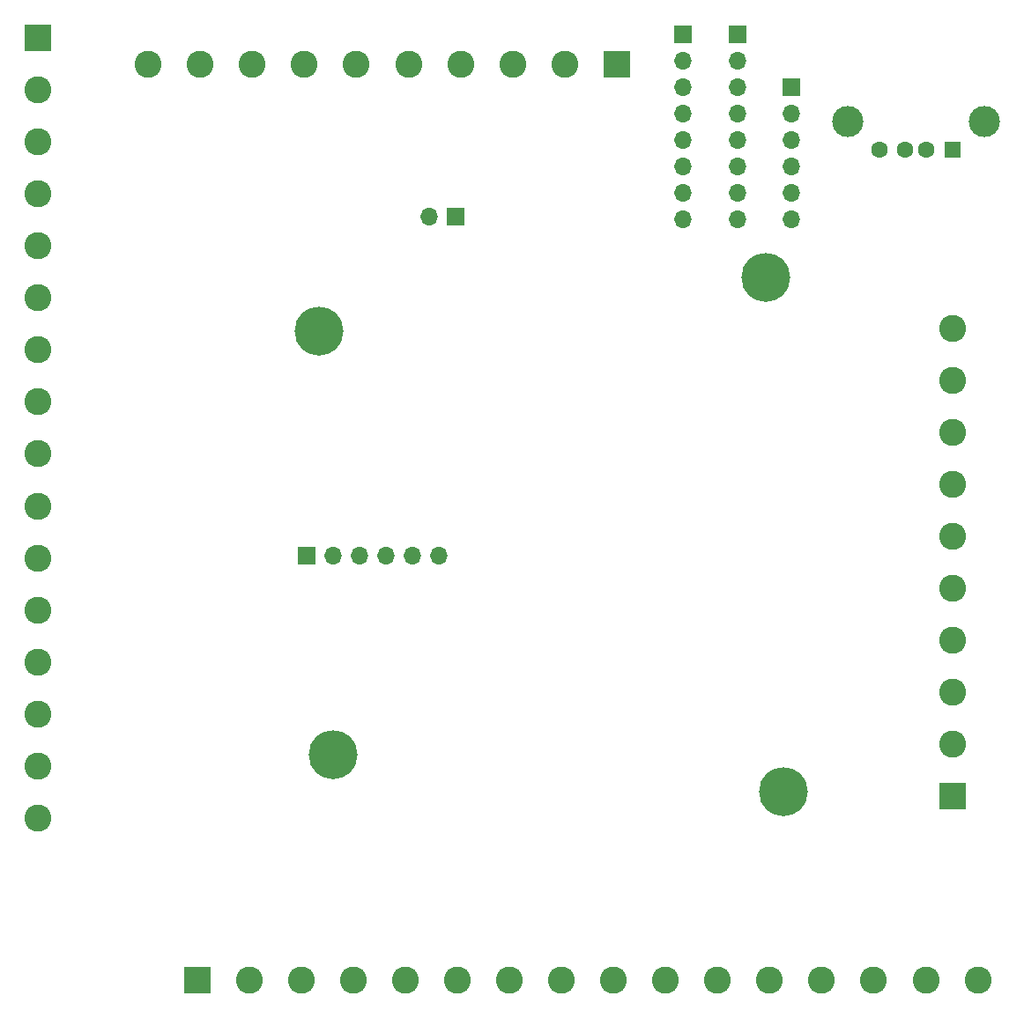
<source format=gbs>
G04 #@! TF.GenerationSoftware,KiCad,Pcbnew,5.1.9-73d0e3b20d~88~ubuntu20.04.1*
G04 #@! TF.CreationDate,2021-05-05T00:04:50+02:00*
G04 #@! TF.ProjectId,DAC ADC PWM IO,44414320-4144-4432-9050-574d20494f2e,rev?*
G04 #@! TF.SameCoordinates,Original*
G04 #@! TF.FileFunction,Soldermask,Bot*
G04 #@! TF.FilePolarity,Negative*
%FSLAX46Y46*%
G04 Gerber Fmt 4.6, Leading zero omitted, Abs format (unit mm)*
G04 Created by KiCad (PCBNEW 5.1.9-73d0e3b20d~88~ubuntu20.04.1) date 2021-05-05 00:04:50*
%MOMM*%
%LPD*%
G01*
G04 APERTURE LIST*
%ADD10O,1.700000X1.700000*%
%ADD11R,1.700000X1.700000*%
%ADD12C,4.700000*%
%ADD13C,2.600000*%
%ADD14R,2.600000X2.600000*%
%ADD15C,1.600000*%
%ADD16R,1.600000X1.500000*%
%ADD17C,3.000000*%
G04 APERTURE END LIST*
D10*
X140650000Y-104200000D03*
X138110000Y-104200000D03*
X135570000Y-104200000D03*
X133030000Y-104200000D03*
X130490000Y-104200000D03*
D11*
X127950000Y-104200000D03*
D10*
X139710000Y-71600000D03*
D11*
X142250000Y-71600000D03*
D10*
X169300000Y-71880000D03*
X169300000Y-69340000D03*
X169300000Y-66800000D03*
X169300000Y-64260000D03*
X169300000Y-61720000D03*
X169300000Y-59180000D03*
X169300000Y-56640000D03*
D11*
X169300000Y-54100000D03*
D10*
X164100000Y-71880000D03*
X164100000Y-69340000D03*
X164100000Y-66800000D03*
X164100000Y-64260000D03*
X164100000Y-61720000D03*
X164100000Y-59180000D03*
X164100000Y-56640000D03*
D11*
X164100000Y-54100000D03*
D10*
X174450000Y-71850000D03*
X174450000Y-69310000D03*
X174450000Y-66770000D03*
X174450000Y-64230000D03*
X174450000Y-61690000D03*
D11*
X174450000Y-59150000D03*
D12*
X129100000Y-82550000D03*
X172050000Y-77400000D03*
X130500000Y-123350000D03*
X173750000Y-126900000D03*
D13*
X112700000Y-56900000D03*
X117700000Y-56900000D03*
X122700000Y-56900000D03*
X127700000Y-56900000D03*
X132700000Y-56900000D03*
X137700000Y-56900000D03*
X142700000Y-56900000D03*
X147700000Y-56900000D03*
X152700000Y-56900000D03*
D14*
X157700000Y-56900000D03*
D13*
X102100000Y-129400000D03*
X102100000Y-124400000D03*
X102100000Y-119400000D03*
X102100000Y-114400000D03*
X102100000Y-109400000D03*
X102100000Y-104400000D03*
X102100000Y-99400000D03*
X102100000Y-94400000D03*
X102100000Y-89400000D03*
X102100000Y-84400000D03*
X102100000Y-79400000D03*
X102100000Y-74400000D03*
X102100000Y-69400000D03*
X102100000Y-64400000D03*
X102100000Y-59400000D03*
D14*
X102100000Y-54400000D03*
D13*
X190000000Y-82300000D03*
X190000000Y-87300000D03*
X190000000Y-92300000D03*
X190000000Y-97300000D03*
X190000000Y-102300000D03*
X190000000Y-107300000D03*
X190000000Y-112300000D03*
X190000000Y-117300000D03*
X190000000Y-122300000D03*
D14*
X190000000Y-127300000D03*
D13*
X192400000Y-145000000D03*
X187400000Y-145000000D03*
X182400000Y-145000000D03*
X177400000Y-145000000D03*
X172400000Y-145000000D03*
X167400000Y-145000000D03*
X162400000Y-145000000D03*
X157400000Y-145000000D03*
X152400000Y-145000000D03*
X147400000Y-145000000D03*
X142400000Y-145000000D03*
X137400000Y-145000000D03*
X132400000Y-145000000D03*
X127400000Y-145000000D03*
X122400000Y-145000000D03*
D14*
X117400000Y-145000000D03*
D15*
X182950000Y-65150000D03*
X185450000Y-65150000D03*
X187450000Y-65150000D03*
D16*
X189950000Y-65150000D03*
D17*
X179880000Y-62440000D03*
X193020000Y-62440000D03*
M02*

</source>
